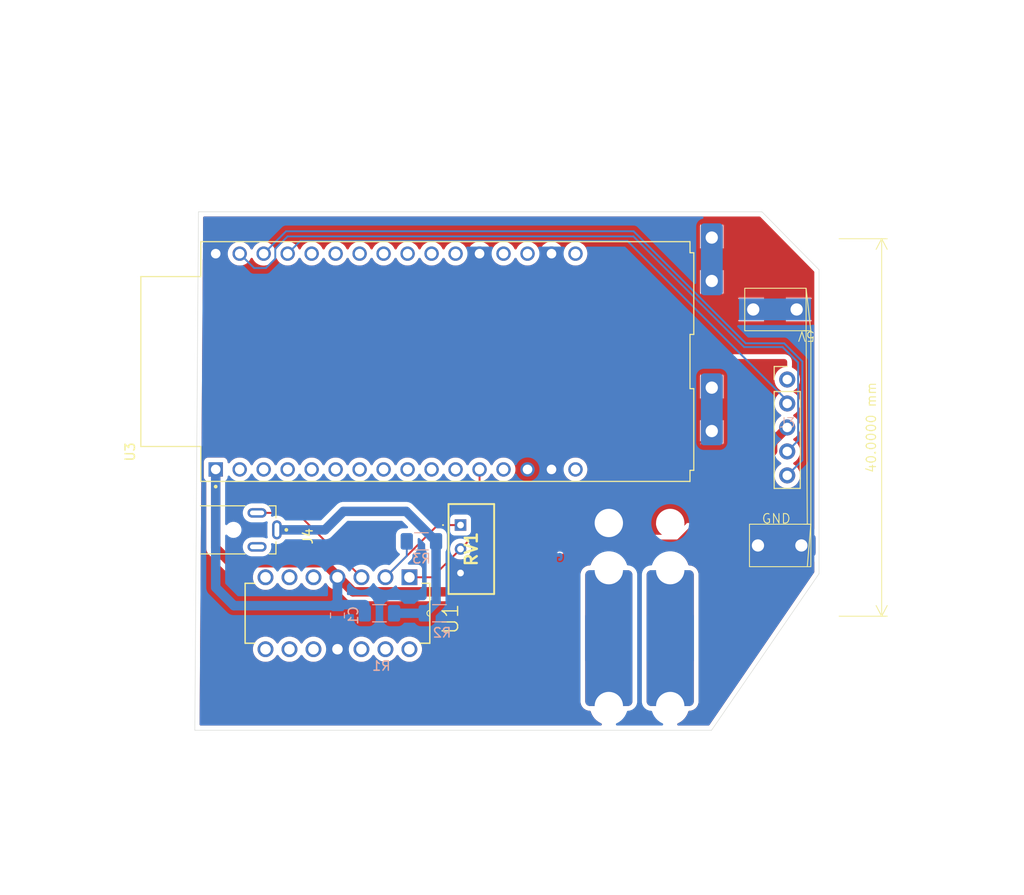
<source format=kicad_pcb>
(kicad_pcb (version 20241229) (generator "pcbnew") (generator_version "9.0")
  (layers (0 "F.Cu" signal) (2 "B.Cu" signal) (13 "F.Paste" user) (15 "B.Paste" user) (5 "F.SilkS" user "F.Silkscreen") (7 "B.SilkS" user "B.Silkscreen") (1 "F.Mask" user) (3 "B.Mask" user) (25 "Edge.Cuts" user))
  (net 0 "")
  (net 1 "+3.3V")
  (net 2 "GND")
  (net 3 "/nShoutRecive")
  (net 4 "+5V")
  (net 5 "/ESP32_UART_TX")
  (net 7 "/ESP32_UART_RX")
  (net 8 "+1.65V")
  (net 9 "/To ESP32 ADC")
  (net 10 "Net-(U1-NEG1)")
  (net 36 "Net-(U1-POS1)")
  (net 44 "/USBC+")
  (net 45 "/USBC-")
  (net 46 "Net-(B1-+Vout)")
  (footprint "BUCK_and_USBC:USBC-PD-Module-twopins" (layer "F.Cu") (at 159.08 117.255 90)
    (property "Reference" "J1" (hide yes))
    (property "Value" "USBCPD" (hide yes))
    (pad "1" thru_hole roundrect (at -10 -3.25 90) (size 10 5) (drill 3 (offset 5 0)) (layers "*.Cu" "*.Mask") (roundrect_rratio 0.1) (net 44 "/USBC+"))
    (pad "2" thru_hole roundrect (at -10 3.25 90) (size 10 5) (drill 3 (offset 5 0)) (layers "*.Cu" "*.Mask") (roundrect_rratio 0.1) (net 45 "/USBC-"))
  )
  (footprint "BUCK_and_USBC:Buck-fourpins" (layer "F.Cu") (at 159.08 110.36 90)
    (property "Reference" "B1" (hide yes))
    (property "Value" "12-24V -> 5V 20A" (hide yes))
    (pad "1" thru_hole roundrect (at -2.5 -3.25 270) (size 10 5) (drill 3 (offset 5 0)) (layers "*.Cu" "*.Mask") (roundrect_rratio 0.1) (net 44 "/USBC+"))
    (pad "2" thru_hole roundrect (at -2.5 3.25 270) (size 10 5) (drill 3 (offset 5 0)) (layers "*.Cu" "*.Mask") (roundrect_rratio 0.1) (net 45 "/USBC-"))
    (pad "3" thru_hole roundrect (at 2.5 3.25 90) (size 10 5) (drill 3 (offset 5 0)) (layers "*.Cu" "*.Mask") (remove_unused_layers yes) (zone_layer_connections "F.Cu") (roundrect_rratio 0.1) (net 46 "Net-(B1-+Vout)"))
    (pad "4" thru_hole roundrect (at 2.5 -3.25) (size 10 5) (drill 3 (offset -5 0)) (layers "*.Cu" "*.Mask") (remove_unused_layers yes) (zone_layer_connections "B.Cu") (roundrect_rratio 0.1) (net 2 "GND"))
  )
  (footprint "BUCK_and_USBC:01000020Z" (layer "F.Cu") (at 166.88 87.02 90)
    (property "Reference" "U2" (hide yes))
    (property "Value" "01000020Z" (hide yes))
    (pad "1" thru_hole roundrect (at -11.1 -0.15 90) (size 7.6 2.3) (drill 1.3 (offset 2.3 0)) (layers "*.Cu" "*.Mask") (roundrect_rratio 0.15) (net 46 "Net-(B1-+Vout)"))
    (pad "1" thru_hole roundrect (at -6.5 -0.15 270) (size 7.6 2.3) (drill 1.3 (offset 2.3 0)) (layers "*.Cu" "*.Mask") (roundrect_rratio 0.15) (net 46 "Net-(B1-+Vout)"))
    (pad "2" thru_hole roundrect (at 4.8 -0.15 90) (size 7.6 2.3) (drill 1.3 (offset 2.3 0)) (layers "*.Cu" "*.Mask") (roundrect_rratio 0.15) (net 4 "+5V"))
    (pad "2" thru_hole roundrect (at 9.4 -0.15 270) (size 7.6 2.3) (drill 1.3 (offset 2.3 0)) (layers "*.Cu" "*.Mask") (roundrect_rratio 0.15) (net 4 "+5V"))
  )
  (footprint "Rose Actuator Library:InterModuleConnectorMside" (layer "F.Cu") (at 174.72 97.74)
    (property "Reference" "J3" (at 0 -0.5 0) (layer "B.SilkS") (effects (font (thickness 0.1))))
    (property "Value" "5x2.54mm+2xBus")
    (fp_line (start -1.38 -6.46) (end 0 -6.46) (stroke (width 0.12)) (layer "F.SilkS"))
    (fp_line (start -1.38 -5.08) (end -1.38 -6.46) (stroke (width 0.12)) (layer "F.SilkS"))
    (fp_line (start -1.38 -3.81) (end -1.38 6.46) (stroke (width 0.12)) (layer "F.SilkS"))
    (fp_line (start -1.38 -3.81) (end 1.38 -3.81) (stroke (width 0.12)) (layer "F.SilkS"))
    (fp_line (start -1.38 6.46) (end 1.38 6.46) (stroke (width 0.12)) (layer "F.SilkS"))
    (fp_line (start 1.38 -3.81) (end 1.38 6.46) (stroke (width 0.12)) (layer "F.SilkS"))
    (fp_line (start 1.75 10.25) (end 2.5 10.25) (stroke (width 0.1)) (layer "F.SilkS"))
    (fp_line (start 2 -14.75) (end 2.5 -10.25) (stroke (width 0.1)) (layer "F.SilkS"))
    (fp_line (start 2 -10.25) (end 2.125 10.25) (stroke (width 0.1)) (layer "F.SilkS"))
    (fp_line (start 2.5 -10.25) (end 1.75 -10.25) (stroke (width 0.1)) (layer "F.SilkS"))
    (fp_line (start 2.5 10.25) (end 2.125 14.75) (stroke (width 0.1)) (layer "F.SilkS"))
    (fp_line (start 2.5 10.25) (end 2.5 -10.25) (stroke (width 0.1)) (layer "F.SilkS"))
    (fp_rect (start -4.5 -14.75) (end 2 -10.25) (stroke (width 0.1)) (fill no) (layer "F.SilkS"))
    (fp_rect (start -4 10.25) (end 2.5 14.75) (stroke (width 0.1)) (fill no) (layer "F.SilkS"))
    (fp_text user "GND" (at -2.75 10.25 0) (layer "F.SilkS") (effects (font (thickness 0.1)) (justify left bottom)))
    (fp_text user "5V" (at 3 -10.25 180) (layer "F.SilkS") (effects (font (thickness 0.1)) (justify left bottom)))
    (dimension (type orthogonal) (layer "F.SilkS") (pts (xy 179.72 77.74) (xy 179.72 117.74)) (height 5) (orientation 1) (format (prefix "") (suffix "") (units 3) (units_format 1) (precision 4)) (style (thickness 0.1) (arrow_length 1.27) (text_position_mode 0) (arrow_direction outward) (extension_height 0.58642) (extension_offset 0.5) (keep_text_aligned yes)) (gr_text "40.0000 mm" (at 183.62 97.74 90) (layer "F.SilkS") (effects (font (size 1 1) (thickness 0.1)))))
    (pad "1" thru_hole rect (at -3.6 -12.5) (size 7.6 2.3) (drill 1.3 (offset 2.3 0)) (layers "*.Cu" "*.Mask") (net 4 "+5V"))
    (pad "1" thru_hole rect (at 1 -12.5 180) (size 7.6 2.3) (drill 1.3 (offset 2.3 0)) (layers "*.Cu" "*.Mask") (net 4 "+5V"))
    (pad "2" thru_hole circle (at 0 -5.08) (size 1.7 1.7) (drill 1) (layers "*.Cu" "*.Mask"))
    (pad "3" thru_hole circle (at 0 -2.54) (size 1.7 1.7) (drill 1) (layers "*.Cu" "*.Mask") (net 3 "/nShoutRecive"))
    (pad "4" thru_hole circle (at 0 0) (size 1.7 1.7) (drill 1) (layers "*.Cu" "*.Mask") (net 1 "+3.3V"))
    (pad "5" thru_hole circle (at 0 2.54) (size 1.7 1.7) (drill 1) (layers "*.Cu" "*.Mask") (net 5 "/ESP32_UART_TX"))
    (pad "6" thru_hole circle (at 0 5.08) (size 1.7 1.7) (drill 1) (layers "*.Cu" "*.Mask") (net 7 "/ESP32_UART_RX"))
    (pad "7" thru_hole roundrect (at -3.1 12.5) (size 7.6 2.3) (drill 1.3 (offset 2.3 0)) (layers "*.Cu" "*.Mask") (roundrect_rratio 0.15) (net 2 "GND"))
    (pad "7" thru_hole roundrect (at 1.5 12.5 180) (size 7.6 2.3) (drill 1.3 (offset 2.3 0)) (layers "*.Cu" "*.Mask") (roundrect_rratio 0.15) (net 2 "GND"))
  )
  (footprint "BUCK_and_USBC:Potentiometer" (layer "F.Cu") (at 140.125 108.08 90)
    (property "Reference" "RV1" (at -2.54 1.145 90) (layer "F.SilkS") (effects (font (size 1.27 1.27) (thickness 0.254))))
    (property "Value" "1-400k" (hide yes))
    (fp_line (start 0 -1.9) (end 0 -1.9) (stroke (width 0.1)) (layer "F.SilkS"))
    (fp_line (start 0 -1.8) (end 0 -1.8) (stroke (width 0.1)) (layer "F.SilkS"))
    (fp_line (start 2.225 -1.27) (end -7.305 -1.27) (stroke (width 0.2)) (layer "F.SilkS"))
    (fp_line (start -7.305 -1.27) (end -7.305 3.56) (stroke (width 0.2)) (layer "F.SilkS"))
    (fp_line (start 2.225 3.56) (end 2.225 -1.27) (stroke (width 0.2)) (layer "F.SilkS"))
    (fp_line (start -7.305 3.56) (end 2.225 3.56) (stroke (width 0.2)) (layer "F.SilkS"))
    (fp_arc (start 0 -1.9) (mid 0.05 -1.85) (end 0 -1.8) (stroke (width 0.1)) (layer "F.SilkS"))
    (fp_arc (start 0 -1.8) (mid -0.05 -1.85) (end 0 -1.9) (stroke (width 0.1)) (layer "F.SilkS"))
    (pad "1" thru_hole rect (at 0 0 90) (size 1.217 1.217) (drill 0.71) (layers "*.Cu" "*.Mask") (net 10 "Net-(U1-NEG1)"))
    (pad "2" thru_hole circle (at -2.54 0 90) (size 1.217 1.217) (drill 0.71) (layers "*.Cu" "*.Mask") (net 9 "/To ESP32 ADC"))
    (pad "3" thru_hole circle (at -5.08 0 90) (size 1.217 1.217) (drill 0.71) (layers "*.Cu" "*.Mask") (net 2 "GND"))
  )
  (footprint "Rose Actuator Library:SAMESKY_MJ1-2503A" (layer "F.Cu") (at 116.08 108.59 -90)
    (property "Reference" "J4" (at 0.675 -7.885 90) (layer "F.SilkS"))
    (property "Value" "MJ1-2503A")
    (fp_line (start -2.55 3.5) (end -2.55 -1.23) (stroke (width 0.127)) (layer "F.SilkS"))
    (fp_line (start 2.55 -1.23) (end 2.55 3.5) (stroke (width 0.127)) (layer "F.SilkS"))
    (fp_line (start -2.55 -3.77) (end -2.55 -4.5) (stroke (width 0.127)) (layer "F.SilkS"))
    (fp_line (start -2.55 -4.5) (end -1.27 -4.5) (stroke (width 0.127)) (layer "F.SilkS"))
    (fp_line (start 1.27 -4.5) (end 2.55 -4.5) (stroke (width 0.127)) (layer "F.SilkS"))
    (fp_line (start 2.55 -4.5) (end 2.55 -3.77) (stroke (width 0.127)) (layer "F.SilkS"))
    (fp_circle (center 0 -5.6) (end 0.1 -5.6) (stroke (width 0.2)) (fill no) (layer "F.SilkS"))
    (pad "" np_thru_hole circle (at 0 0 270) (size 1.2 1.2) (drill 1.2) (layers "*.Cu" "*.Mask"))
    (pad "1" thru_hole oval (at 0 -4.6 270) (size 2.016 1.008) (drill oval 1.5 0.5) (layers "*.Cu" "*.Mask") (net 8 "+1.65V"))
    (pad "2" thru_hole oval (at 1.8 -2.5 270) (size 1.008 2.016) (drill oval 0.5 1.5) (layers "*.Cu" "*.Mask"))
    (pad "3" thru_hole oval (at -1.8 -2.5 270) (size 1.008 2.016) (drill oval 0.5 1.5) (layers "*.Cu" "*.Mask") (net 36 "Net-(U1-POS1)"))
  )
  (footprint "Rose Actuator Library:DIP254P762X508-14" (layer "F.Cu") (at 119.475 121.235 -90)
    (property "Reference" "U1" (at -3.20118 -19.58815 90) (layer "F.SilkS") (effects (font (size 1.640394 1.640394))))
    (property "Value" "LMC6484IN_NOPB" (hide yes))
    (fp_line (start -6.985 2.159) (end -0.635 2.159) (stroke (width 0.1524)) (layer "F.SilkS"))
    (fp_line (start -0.635 2.159) (end -0.635 1.143) (stroke (width 0.1524)) (layer "F.SilkS"))
    (fp_line (start -6.985 1.143) (end -6.985 2.159) (stroke (width 0.1524)) (layer "F.SilkS"))
    (fp_line (start -0.635 -16.383) (end -0.635 -17.399) (stroke (width 0.1524)) (layer "F.SilkS"))
    (fp_line (start -6.985 -17.399) (end -6.985 -16.5608) (stroke (width 0.1524)) (layer "F.SilkS"))
    (fp_line (start -4.1148 -17.399) (end -6.985 -17.399) (stroke (width 0.1524)) (layer "F.SilkS"))
    (fp_line (start -3.5052 -17.399) (end -4.1148 -17.399) (stroke (width 0.1524)) (layer "F.SilkS"))
    (fp_line (start -0.635 -17.399) (end -3.5052 -17.399) (stroke (width 0.1524)) (layer "F.SilkS"))
    (fp_arc (start -3.5052 -17.399) (mid -3.81 -17.0942) (end -4.1148 -17.399) (stroke (width 0.1)) (layer "F.SilkS"))
    (pad "1" thru_hole rect (at -7.62 -15.24 270) (size 1.6764 1.6764) (drill 1.1176) (layers "*.Cu" "*.Mask") (net 9 "/To ESP32 ADC"))
    (pad "2" thru_hole circle (at -7.62 -12.7 270) (size 1.6764 1.6764) (drill 1.1176) (layers "*.Cu" "*.Mask") (net 10 "Net-(U1-NEG1)"))
    (pad "3" thru_hole circle (at -7.62 -10.16 270) (size 1.6764 1.6764) (drill 1.1176) (layers "*.Cu" "*.Mask") (net 36 "Net-(U1-POS1)"))
    (pad "4" thru_hole circle (at -7.62 -7.62 270) (size 1.6764 1.6764) (drill 1.1176) (layers "*.Cu" "*.Mask") (net 1 "+3.3V"))
    (pad "5" thru_hole circle (at -7.62 -5.08 270) (size 1.6764 1.6764) (drill 1.1176) (layers "*.Cu" "*.Mask"))
    (pad "6" thru_hole circle (at -7.62 -2.54 270) (size 1.6764 1.6764) (drill 1.1176) (layers "*.Cu" "*.Mask"))
    (pad "7" thru_hole circle (at -7.62 0 270) (size 1.6764 1.6764) (drill 1.1176) (layers "*.Cu" "*.Mask"))
    (pad "8" thru_hole circle (at 0 0 270) (size 1.6764 1.6764) (drill 1.1176) (layers "*.Cu" "*.Mask"))
    (pad "9" thru_hole circle (at 0 -2.54 270) (size 1.6764 1.6764) (drill 1.1176) (layers "*.Cu" "*.Mask"))
    (pad "10" thru_hole circle (at 0 -5.08 270) (size 1.6764 1.6764) (drill 1.1176) (layers "*.Cu" "*.Mask"))
    (pad "11" thru_hole circle (at 0 -7.62 270) (size 1.6764 1.6764) (drill 1.1176) (layers "*.Cu" "*.Mask") (net 2 "GND"))
    (pad "12" thru_hole circle (at 0 -10.16 270) (size 1.6764 1.6764) (drill 1.1176) (layers "*.Cu" "*.Mask"))
    (pad "13" thru_hole circle (at 0 -12.7 270) (size 1.6764 1.6764) (drill 1.1176) (layers "*.Cu" "*.Mask"))
    (pad "14" thru_hole circle (at 0 -15.24 270) (size 1.6764 1.6764) (drill 1.1176) (layers "*.Cu" "*.Mask"))
  )
  (footprint "Rose Actuator Library:MODULE_ESP32-C6-DEVKITC-1-N8" (layer "F.Cu") (at 138.525 90.755 90)
    (property "Reference" "U3" (at -9.575 -33.385 90) (layer "F.SilkS"))
    (property "Value" "ESP32-C6-DEVKITC-1-N8")
    (fp_line (start 9 -32.25) (end 9 -25.9) (stroke (width 0.127)) (layer "F.SilkS"))
    (fp_line (start -9 -32.25) (end 9 -32.25) (stroke (width 0.127)) (layer "F.SilkS"))
    (fp_line (start 12.7 -25.9) (end 12.7 25.9) (stroke (width 0.127)) (layer "F.SilkS"))
    (fp_line (start 9 -25.9) (end 12.7 -25.9) (stroke (width 0.127)) (layer "F.SilkS"))
    (fp_line (start -9 -25.9) (end -9 -32.25) (stroke (width 0.127)) (layer "F.SilkS"))
    (fp_line (start -12.7 -25.9) (end -9 -25.9) (stroke (width 0.127)) (layer "F.SilkS"))
    (fp_line (start 12.7 25.9) (end 11.525 25.9) (stroke (width 0.127)) (layer "F.SilkS"))
    (fp_line (start 2.875 25.9) (end -2.875 25.9) (stroke (width 0.127)) (layer "F.SilkS"))
    (fp_line (start 2.875 25.9) (end 2.875 26.3) (stroke (width 0.127)) (layer "F.SilkS"))
    (fp_line (start -11.525 25.9) (end -12.7 25.9) (stroke (width 0.127)) (layer "F.SilkS"))
    (fp_line (start -11.525 25.9) (end -11.525 26.3) (stroke (width 0.127)) (layer "F.SilkS"))
    (fp_line (start -12.7 25.9) (end -12.7 -25.9) (stroke (width 0.127)) (layer "F.SilkS"))
    (fp_line (start 11.525 26.3) (end 11.525 25.9) (stroke (width 0.127)) (layer "F.SilkS"))
    (fp_line (start 2.875 26.3) (end 11.525 26.3) (stroke (width 0.127)) (layer "F.SilkS"))
    (fp_line (start -2.875 26.3) (end -2.875 25.9) (stroke (width 0.127)) (layer "F.SilkS"))
    (fp_line (start -11.525 26.3) (end -2.875 26.3) (stroke (width 0.127)) (layer "F.SilkS"))
    (fp_circle (center -13.25 -24.325) (end -13.15 -24.325) (stroke (width 0.2)) (fill no) (layer "F.SilkS"))
    (pad "J1_1" thru_hole rect (at -11.43 -24.325 90) (size 1.524 1.524) (drill 1.016) (layers "*.Cu" "*.Mask") (net 1 "+3.3V"))
    (pad "J1_2" thru_hole circle (at -11.43 -21.785 90) (size 1.524 1.524) (drill 1.016) (layers "*.Cu" "*.Mask"))
    (pad "J1_3" thru_hole circle (at -11.43 -19.245 90) (size 1.524 1.524) (drill 1.016) (layers "*.Cu" "*.Mask"))
    (pad "J1_4" thru_hole circle (at -11.43 -16.705 90) (size 1.524 1.524) (drill 1.016) (layers "*.Cu" "*.Mask"))
    (pad "J1_5" thru_hole circle (at -11.43 -14.165 90) (size 1.524 1.524) (drill 1.016) (layers "*.Cu" "*.Mask"))
    (pad "J1_6" thru_hole circle (at -11.43 -11.625 90) (size 1.524 1.524) (drill 1.016) (layers "*.Cu" "*.Mask"))
    (pad "J1_7" thru_hole circle (at -11.43 -9.085 90) (size 1.524 1.524) (drill 1.016) (layers "*.Cu" "*.Mask"))
    (pad "J1_8" thru_hole circle (at -11.43 -6.545 90) (size 1.524 1.524) (drill 1.016) (layers "*.Cu" "*.Mask"))
    (pad "J1_9" thru_hole circle (at -11.43 -4.005 90) (size 1.524 1.524) (drill 1.016) (layers "*.Cu" "*.Mask"))
    (pad "J1_10" thru_hole circle (at -11.43 -1.465 90) (size 1.524 1.524) (drill 1.016) (layers "*.Cu" "*.Mask"))
    (pad "J1_11" thru_hole circle (at -11.43 1.075 90) (size 1.524 1.524) (drill 1.016) (layers "*.Cu" "*.Mask"))
    (pad "J1_12" thru_hole circle (at -11.43 3.615 90) (size 1.524 1.524) (drill 1.016) (layers "*.Cu" "*.Mask") (net 9 "/To ESP32 ADC"))
    (pad "J1_13" thru_hole circle (at -11.43 6.155 90) (size 1.524 1.524) (drill 1.016) (layers "*.Cu" "*.Mask"))
    (pad "J1_14" thru_hole circle (at -11.43 8.695 90) (size 1.524 1.524) (drill 1.016) (layers "*.Cu" "*.Mask") (net 4 "+5V"))
    (pad "J1_15" thru_hole circle (at -11.43 11.235 90) (size 1.524 1.524) (drill 1.016) (layers "*.Cu" "*.Mask") (net 2 "GND"))
    (pad "J1_16" thru_hole circle (at -11.43 13.775 90) (size 1.524 1.524) (drill 1.016) (layers "*.Cu" "*.Mask"))
    (pad "J3_1" thru_hole circle (at 11.43 -24.325 90) (size 1.524 1.524) (drill 1.016) (layers "*.Cu" "*.Mask") (net 2 "GND"))
    (pad "J3_2" thru_hole circle (at 11.43 -21.785 90) (size 1.524 1.524) (drill 1.016) (layers "*.Cu" "*.Mask") (net 5 "/ESP32_UART_TX"))
    (pad "J3_3" thru_hole circle (at 11.43 -19.245 90) (size 1.524 1.524) (drill 1.016) (layers "*.Cu" "*.Mask") (net 7 "/ESP32_UART_RX"))
    (pad "J3_4" thru_hole circle (at 11.43 -16.705 90) (size 1.524 1.524) (drill 1.016) (layers "*.Cu" "*.Mask") (net 3 "/nShoutRecive"))
    (pad "J3_5" thru_hole circle (at 11.43 -14.165 90) (size 1.524 1.524) (drill 1.016) (layers "*.Cu" "*.Mask"))
    (pad "J3_6" thru_hole circle (at 11.43 -11.625 90) (size 1.524 1.524) (drill 1.016) (layers "*.Cu" "*.Mask"))
    (pad "J3_7" thru_hole circle (at 11.43 -9.085 90) (size 1.524 1.524) (drill 1.016) (layers "*.Cu" "*.Mask"))
    (pad "J3_8" thru_hole circle (at 11.43 -6.545 90) (size 1.524 1.524) (drill 1.016) (layers "*.Cu" "*.Mask"))
    (pad "J3_9" thru_hole circle (at 11.43 -4.005 90) (size 1.524 1.524) (drill 1.016) (layers "*.Cu" "*.Mask"))
    (pad "J3_10" thru_hole circle (at 11.43 -1.465 90) (size 1.524 1.524) (drill 1.016) (layers "*.Cu" "*.Mask"))
    (pad "J3_11" thru_hole circle (at 11.43 1.075 90) (size 1.524 1.524) (drill 1.016) (layers "*.Cu" "*.Mask"))
    (pad "J3_12" thru_hole circle (at 11.43 3.615 90) (size 1.524 1.524) (drill 1.016) (layers "*.Cu" "*.Mask") (net 2 "GND"))
    (pad "J3_13" thru_hole circle (at 11.43 6.155 90) (size 1.524 1.524) (drill 1.016) (layers "*.Cu" "*.Mask"))
    (pad "J3_14" thru_hole circle (at 11.43 8.695 90) (size 1.524 1.524) (drill 1.016) (layers "*.Cu" "*.Mask"))
    (pad "J3_15" thru_hole circle (at 11.43 11.235 90) (size 1.524 1.524) (drill 1.016) (layers "*.Cu" "*.Mask") (net 2 "GND"))
    (pad "J3_16" thru_hole circle (at 11.43 13.775 90) (size 1.524 1.524) (drill 1.016) (layers "*.Cu" "*.Mask"))
  )
  (footprint "Capacitor_SMD:C_0805_2012Metric_Pad1.18x1.45mm_HandSolder" (layer "B.Cu") (at 127.095 117.6575 90)
    (property "Reference" "C1" (at 0 1.68 90) (layer "B.SilkS") (effects (justify mirror)))
    (property "Value" ".1u")
    (fp_line (start -0.261252 -0.735) (end 0.261252 -0.735) (stroke (width 0.12)) (layer "B.SilkS"))
    (fp_line (start -0.261252 0.735) (end 0.261252 0.735) (stroke (width 0.12)) (layer "B.SilkS"))
    (pad "1" smd roundrect (at -1.0375 0 90) (size 1.175 1.45) (layers "B.Cu" "B.Mask" "B.Paste") (roundrect_rratio 0.212766) (net 2 "GND"))
    (pad "2" smd roundrect (at 1.0375 0 90) (size 1.175 1.45) (layers "B.Cu" "B.Mask" "B.Paste") (roundrect_rratio 0.212766) (net 1 "+3.3V"))
  )
  (footprint "Resistor_SMD:R_1206_3216Metric_Pad1.30x1.75mm_HandSolder" (layer "B.Cu") (at 137.89 117.425)
    (property "Reference" "R2" (at 0.275 2.065 0) (layer "B.SilkS") (effects (justify mirror)))
    (property "Value" "40k")
    (fp_line (start -0.727064 -0.91) (end 0.727064 -0.91) (stroke (width 0.12)) (layer "B.SilkS"))
    (fp_line (start -0.727064 0.91) (end 0.727064 0.91) (stroke (width 0.12)) (layer "B.SilkS"))
    (pad "1" smd roundrect (at -1.55 0) (size 1.3 1.75) (layers "B.Cu" "B.Mask" "B.Paste") (roundrect_rratio 0.192308) (net 8 "+1.65V"))
    (pad "2" smd roundrect (at 1.55 0) (size 1.3 1.75) (layers "B.Cu" "B.Mask" "B.Paste") (roundrect_rratio 0.192308) (net 2 "GND"))
  )
  (footprint "Resistor_SMD:R_1206_3216Metric_Pad1.30x1.75mm_HandSolder" (layer "B.Cu") (at 135.985 109.805)
    (property "Reference" "R3" (at 0 1.83 0) (layer "B.SilkS") (effects (justify mirror)))
    (property "Value" "50")
    (fp_line (start -0.727064 -0.91) (end 0.727064 -0.91) (stroke (width 0.12)) (layer "B.SilkS"))
    (fp_line (start -0.727064 0.91) (end 0.727064 0.91) (stroke (width 0.12)) (layer "B.SilkS"))
    (pad "1" smd roundrect (at -1.55 0) (size 1.3 1.75) (layers "B.Cu" "B.Mask" "B.Paste") (roundrect_rratio 0.192308) (net 10 "Net-(U1-NEG1)"))
    (pad "2" smd roundrect (at 1.55 0) (size 1.3 1.75) (layers "B.Cu" "B.Mask" "B.Paste") (roundrect_rratio 0.192308) (net 8 "+1.65V"))
  )
  (footprint "Resistor_SMD:R_1206_3216Metric_Pad1.30x1.75mm_HandSolder" (layer "B.Cu") (at 131.54 117.425)
    (property "Reference" "R1" (at 0.2 5.58 0) (layer "B.SilkS") (effects (justify mirror)))
    (property "Value" "40k")
    (fp_line (start -0.727064 -0.91) (end 0.727064 -0.91) (stroke (width 0.12)) (layer "B.SilkS"))
    (fp_line (start -0.727064 0.91) (end 0.727064 0.91) (stroke (width 0.12)) (layer "B.SilkS"))
    (pad "1" smd roundrect (at -1.55 0) (size 1.3 1.75) (layers "B.Cu" "B.Mask" "B.Paste") (roundrect_rratio 0.192308) (net 1 "+3.3V"))
    (pad "2" smd roundrect (at 1.55 0) (size 1.3 1.75) (layers "B.Cu" "B.Mask" "B.Paste") (roundrect_rratio 0.192308) (net 8 "+1.65V"))
  )
  (gr_line (start 178.09 81.03) (end 178.09 113.23) (stroke (width 0.05)) (layer "Edge.Cuts"))
  (gr_line (start 166.71 129.82) (end 111.99 129.82) (stroke (width 0.05)) (layer "Edge.Cuts"))
  (gr_line (start 178.09 113.23) (end 166.71 129.82) (stroke (width 0.05)) (layer "Edge.Cuts"))
  (gr_line (start 172.0441 74.89) (end 178.09 81.03) (stroke (width 0.05)) (layer "Edge.Cuts"))
  (gr_line (start 111.99 129.82) (end 112.375 74.89) (stroke (width 0.05)) (layer "Edge.Cuts"))
  (gr_line (start 112.375 74.89) (end 172.0441 74.89) (stroke (width 0.05)) (layer "Edge.Cuts"))
  (gr_text "G" (at 173.44 114.09 0) (layer "F.Cu" knockout) (effects (font (size 1 1)) (justify left bottom)))
  (gr_text "G" (at 151.31 112.08 0) (layer "B.Cu" knockout) (effects (font (size 1 1)) (justify left bottom mirror)))
  (segment (start 125.659873 112.07) (end 128.744073 115.1542) (width 1) (layer "F.Cu") (net 1))
  (segment (start 128.744073 115.1542) (end 139.982713 115.1542) (width 1) (layer "F.Cu") (net 1))
  (segment (start 163.284744 110.111) (end 173.169 100.226744) (width 1) (layer "F.Cu") (net 1))
  (segment (start 173.169 99.291) (end 174.72 97.74) (width 1) (layer "F.Cu") (net 1))
  (segment (start 145.025913 110.111) (end 163.284744 110.111) (width 1) (layer "F.Cu") (net 1))
  (segment (start 173.169 100.226744) (end 173.169 99.291) (width 1) (layer "F.Cu") (net 1))
  (segment (start 114.2 102.185) (end 114.2 110.51) (width 1) (layer "F.Cu") (net 1))
  (segment (start 139.982713 115.1542) (end 145.025913 110.111) (width 1) (layer "F.Cu") (net 1))
  (segment (start 114.2 110.51) (end 115.76 112.07) (width 1) (layer "F.Cu") (net 1))
  (segment (start 115.76 112.07) (end 125.659873 112.07) (width 1) (layer "F.Cu") (net 1))
  (segment (start 127.095 116.62) (end 127.095 113.615) (width 1) (layer "B.Cu") (net 1))
  (segment (start 114.2 114.69) (end 116.13 116.62) (width 1) (layer "B.Cu") (net 1))
  (segment (start 114.2 102.185) (end 114.2 109.805) (width 1) (layer "B.Cu") (net 1))
  (segment (start 127.095 116.51) (end 127.095 113.615) (width 1) (layer "B.Cu") (net 1))
  (segment (start 114.2 109.805) (end 114.2 114.69) (width 1) (layer "B.Cu") (net 1))
  (segment (start 129.99 117.425) (end 129.99 116.51) (width 0.2) (layer "B.Cu") (net 1))
  (segment (start 129.99 116.51) (end 127.095 116.51) (width 1) (layer "B.Cu") (net 1))
  (segment (start 116.13 116.62) (end 127.095 116.62) (width 1) (layer "B.Cu") (net 1))
  (segment (start 127.095 118.695) (end 127.095 121.235) (width 1) (layer "B.Cu") (net 2))
  (segment (start 157.8 77.98) (end 123.165 77.98) (width 0.2) (layer "B.Cu") (net 3))
  (segment (start 174.72 94.9) (end 157.8 77.98) (width 0.2) (layer "B.Cu") (net 3))
  (segment (start 123.165 77.98) (end 121.82 79.325) (width 0.2) (layer "B.Cu") (net 3))
  (segment (start 174.72 95.2) (end 174.72 94.9) (width 0.2) (layer "B.Cu") (net 3))
  (segment (start 151.86 95.02) (end 147.22 99.66) (width 1) (layer "F.Cu") (net 4))
  (segment (start 147.22 99.66) (end 147.22 102.185) (width 1) (layer "F.Cu") (net 4))
  (segment (start 171.12 85.24) (end 161.58 85.24) (width 1) (layer "F.Cu") (net 4))
  (segment (start 161.58 85.24) (end 151.86 94.96) (width 1) (layer "F.Cu") (net 4))
  (segment (start 151.86 94.96) (end 151.86 95.02) (width 1) (layer "F.Cu") (net 4))
  (segment (start 120.51 78.8) (end 121.81 77.5) (width 0.2) (layer "B.Cu") (net 5))
  (segment (start 118.265 80.85) (end 119.52 80.85) (width 0.2) (layer "B.Cu") (net 5))
  (segment (start 175.871 90.861) (end 175.871 99.129) (width 0.2) (layer "B.Cu") (net 5))
  (segment (start 158.434314 77.5) (end 170.154314 89.22) (width 0.2) (layer "B.Cu") (net 5))
  (segment (start 120.51 79.86) (end 120.51 78.8) (width 0.2) (layer "B.Cu") (net 5))
  (segment (start 174.23 89.22) (end 175.871 90.861) (width 0.2) (layer "B.Cu") (net 5))
  (segment (start 119.52 80.85) (end 120.51 79.86) (width 0.2) (layer "B.Cu") (net 5))
  (segment (start 121.81 77.5) (end 158.434314 77.5) (width 0.2) (layer "B.Cu") (net 5))
  (segment (start 170.154314 89.22) (end 174.23 89.22) (width 0.2) (layer "B.Cu") (net 5))
  (segment (start 116.74 79.325) (end 118.265 80.85) (width 0.2) (layer "B.Cu") (net 5))
  (segment (start 175.871 99.129) (end 174.72 100.28) (width 0.2) (layer "B.Cu") (net 5))
  (segment (start 121.655 76.95) (end 158.45 76.95) (width 0.2) (layer "B.Cu") (net 7))
  (segment (start 176.32 90.744315) (end 176.32 101.22) (width 0.2) (layer "B.Cu") (net 7))
  (segment (start 174.395686 88.82) (end 176.32 90.744315) (width 0.2) (layer "B.Cu") (net 7))
  (segment (start 176.32 101.22) (end 174.72 102.82) (width 0.2) (layer "B.Cu") (net 7))
  (segment (start 119.28 79.325) (end 121.655 76.95) (width 0.2) (layer "B.Cu") (net 7))
  (segment (start 170.32 88.82) (end 174.395686 88.82) (width 0.2) (layer "B.Cu") (net 7))
  (segment (start 158.45 76.95) (end 170.32 88.82) (width 0.2) (layer "B.Cu") (net 7))
  (segment (start 134.36 106.63) (end 137.535 109.805) (width 1) (layer "B.Cu") (net 8))
  (segment (start 136.265 117.35) (end 136.34 117.425) (width 0.2) (layer "B.Cu") (net 8))
  (segment (start 137.535 109.805) (end 137.535 116.23) (width 1) (layer "B.Cu") (net 8))
  (segment (start 127.73 106.63) (end 134.36 106.63) (width 1) (layer "B.Cu") (net 8))
  (segment (start 137.535 116.23) (end 136.34 117.425) (width 1) (layer "B.Cu") (net 8))
  (segment (start 133.09 117.425) (end 136.34 117.425) (width 1) (layer "B.Cu") (net 8))
  (segment (start 125.77 108.59) (end 127.73 106.63) (width 1) (layer "B.Cu") (net 8))
  (segment (start 120.68 108.59) (end 125.77 108.59) (width 1) (layer "B.Cu") (net 8))
  (segment (start 140.125 110.62) (end 142.14 108.605) (width 0.2) (layer "F.Cu") (net 9))
  (segment (start 137.13 113.615) (end 140.125 110.62) (width 0.2) (layer "F.Cu") (net 9))
  (segment (start 142.14 108.605) (end 142.14 102.185) (width 0.2) (layer "F.Cu") (net 9))
  (segment (start 134.715 113.615) (end 137.13 113.615) (width 0.2) (layer "F.Cu") (net 9))
  (segment (start 140.125 108.08) (end 137.71 108.08) (width 0.2) (layer "F.Cu") (net 10))
  (segment (start 137.71 108.08) (end 132.175 113.615) (width 0.2) (layer "F.Cu") (net 10))
  (segment (start 134.435 109.805) (end 134.435 111.355) (width 0.2) (layer "B.Cu") (net 10))
  (segment (start 134.435 111.355) (end 132.175 113.615) (width 0.2) (layer "B.Cu") (net 10))
  (segment (start 122.81 106.79) (end 129.635 113.615) (width 0.2) (layer "F.Cu") (net 36))
  (segment (start 118.58 106.79) (end 122.81 106.79) (width 0.2) (layer "F.Cu") (net 36))
  (segment (start 166.73 98.12) (end 162.33 102.52) (width 0.2) (layer "F.Cu") (net 46))
  (segment (start 162.33 102.52) (end 162.33 107.86) (width 0.2) (layer "F.Cu") (net 46))
  (zone (net 4) (net_name "+5V") (layer "F.Cu") (connect_pads (clearance 0.5)) (min_thickness 0.25) (fill yes (thermal_gap 0.1) (thermal_bridge_width 7) (smoothing fillet) (radius 0.3))
    (polygon (pts (xy 91.36 54.97) (xy 195.69 52.45) (xy 199.81 147.29) (xy 99.695 145)))
  )
  (zone (net 46) (net_name "Net-(B1-+Vout)") (layer "F.Cu") (priority 2) (connect_pads (clearance 0.5)) (min_thickness 0.25) (fill yes (thermal_gap 0.1) (thermal_bridge_width 8) (smoothing fillet) (radius 0.3))
    (polygon (pts (xy 169.21 90.49) (xy 161.65 90.6) (xy 156.05 99.56) (xy 155.94 108.85) (xy 155.92 110.36) (xy 163.26 110.36) (xy 173.06 100.32) (xy 174.4 98.0575) (xy 174.72 92.63) (xy 174.72 90.49)))
  )
  (zone (net 2) (net_name "GND") (layer "B.Cu") (priority 1) (connect_pads yes (clearance 0.5)) (min_thickness 0.25) (fill yes (thermal_gap 0.1) (thermal_bridge_width 8) (smoothing fillet) (radius 0.3))
    (polygon (pts (xy 99.695 63.5) (xy 100.33 139.7) (xy 191.135 139.7) (xy 191.135 63.5)))
  )
)
</source>
